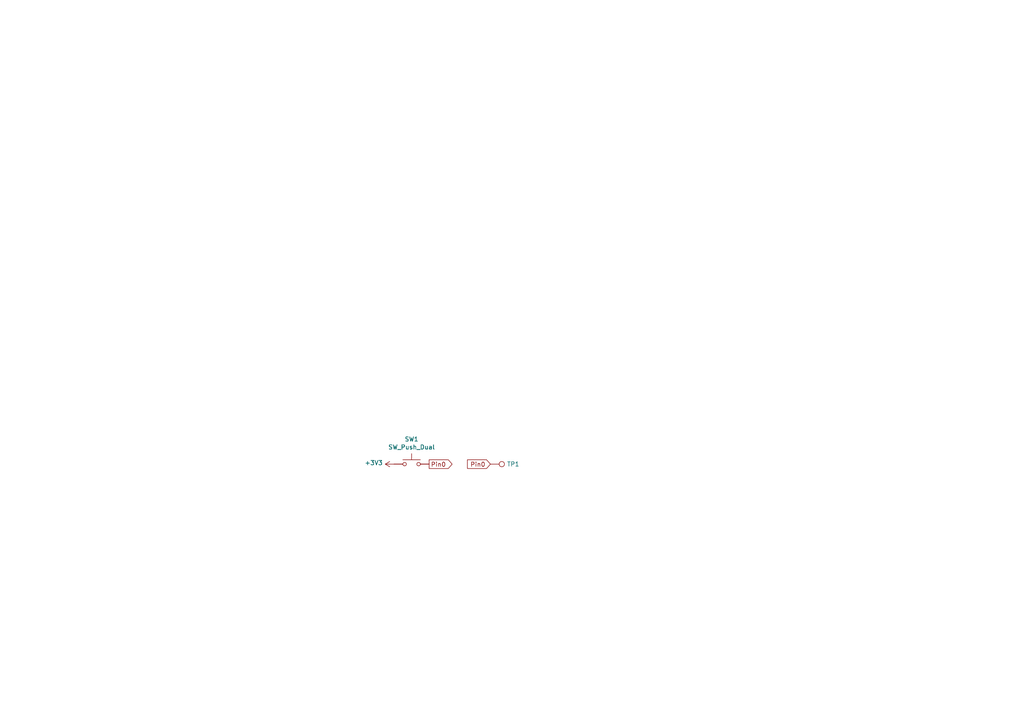
<source format=kicad_sch>
(kicad_sch (version 20211123) (generator eeschema)
  (paper "A4")
  (lib_symbols
    (symbol "Connector:TestPoint" (pin_numbers hide) (pin_names (offset 0.762) hide)
      (property "Reference" "TP" (at 0 6.858 0))
      (property "Value" "TestPoint" (at 0 5.08 0))
      (symbol "TestPoint_0_1"
        (circle (center 0 3.302) (radius 0.762))
      )
      (symbol "TestPoint_1_1"
        (pin passive line (at 0 0 90) (length 2.54) (name "1") (number "1"))
      )
    )
    (symbol "Switch:SW_Push" (pin_numbers hide) (pin_names (offset 1.016) hide)
      (property "Reference" "SW" (at 1.27 2.54 0))
      (property "Value" "SW_Push" (at 0 -1.524 0))
      (symbol "SW_Push_0_1"
        (circle (center -2.032 0) (radius 0.508))
        (polyline (pts (xy 0 1.27) (xy 0 3.048)))
        (polyline (pts (xy 2.54 1.27) (xy -2.54 1.27)))
        (circle (center 2.032 0) (radius 0.508))
        (pin passive line (at -5.08 0 0) (length 2.54) (name "1") (number "1"))
        (pin passive line (at 5.08 0 180) (length 2.54) (name "2") (number "2"))
      )
    )
    (symbol "power:+3V3" (power) (pin_names (offset 0))
      (property "Value" "+3V3" (at 0 3.556 0))
      (symbol "+3V3_0_1"
        (polyline (pts (xy -0.762 1.27) (xy 0 2.54)))
        (polyline (pts (xy 0 0) (xy 0 2.54)))
        (polyline (pts (xy 0 2.54) (xy 0.762 1.27)))
      )
      (symbol "+3V3_1_1"
        (pin power_in line (at 0 0 90) (length 0) hide (name "+3V3") (number "1"))
      )
    )
  )
  (global_label "Pin0" (shape output) (at 124.46 134.62 0) (property "Intersheet References" "${INTERSHEET_REFS}" (effects hide)))
  (global_label "Pin0" (shape input) (at 142.24 134.62 180) (property "Intersheet References" "${INTERSHEET_REFS}" (effects hide)))
  (symbol (lib_id "Switch:SW_Push") (at 119.38 134.62 0) (unit 1)
    (property "Reference" "SW1" (at 119.38 127.381 0))
    (property "Value" "SW_Push_Dual" (at 119.38 129.6924 0))
    (property "Footprint" "Switch_Thonk:SW_SPST_CKD6R" (effects hide))
    (property "Device" "Tactile Switch" (effects hide))
    (property "Description" "C&K TACTILE SWITCH" (effects hide))
    (property "Place" "No" (effects hide))
    (property "Dist" "Thonk" (effects hide))
    (property "DistLink" "https://www.thonk.co.uk/shop/radio-music-switch/" (effects hide))
    (property "Remarks" "Choose Black" (effects hide))
    (property "Simulator" "erb::Ckd6r" (effects hide))
  )
  (symbol (lib_id "power:+3V3") (at 114.3 134.62 90) (unit 1)
    (property "Reference" "#PWR?" (effects hide))
    (property "Value" "+3V3" (at 111.0488 134.239 90) (effects (justify left)))
  )
  (symbol (lib_id "Connector:TestPoint") (at 142.24 134.62 270) (unit 1) (in_bom no)
    (property "Reference" "TP1" (at 147.0152 134.62 90) (effects (justify left)))
    (property "Value" "TestPoint" (effects hide))
    (property "Footprint" "TestPoint:TestPoint_Pad_D1.5mm" (effects hide))
  )
)
</source>
